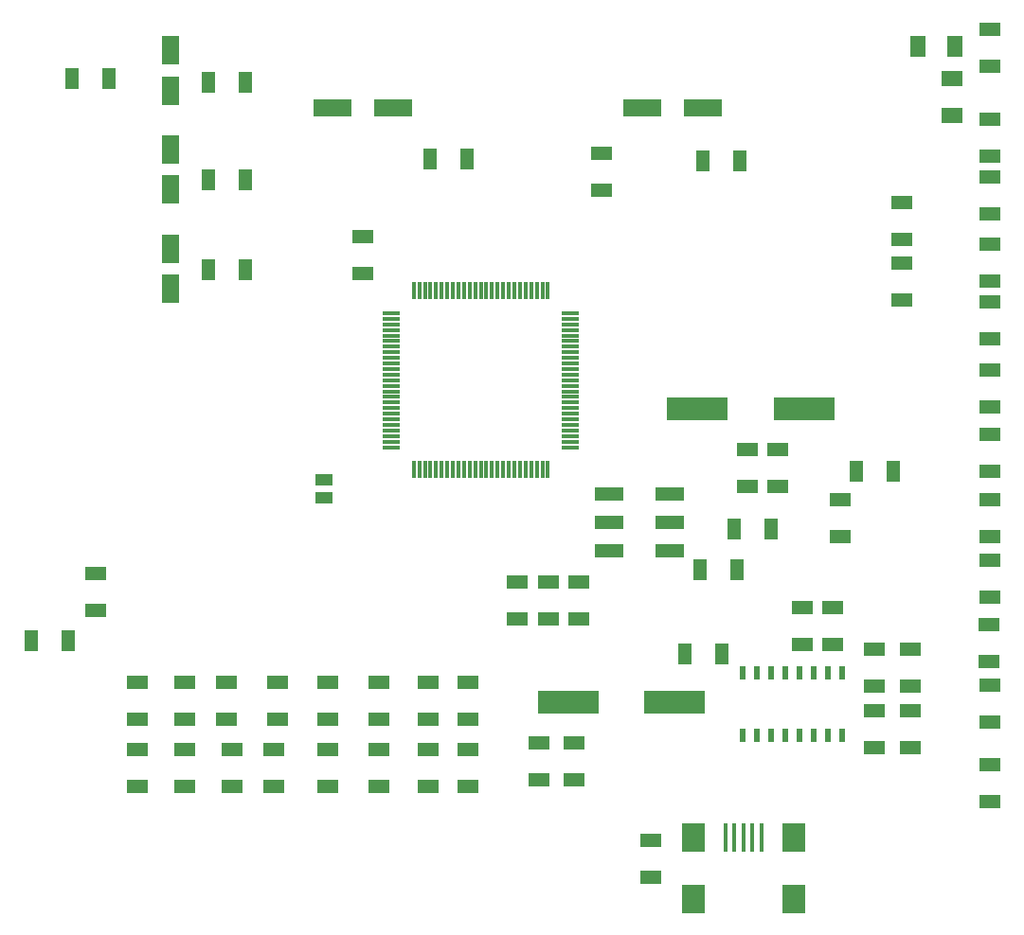
<source format=gbr>
G04 EAGLE Gerber RS-274X export*
G75*
%MOMM*%
%FSLAX34Y34*%
%LPD*%
%INSolderpaste Top*%
%IPPOS*%
%AMOC8*
5,1,8,0,0,1.08239X$1,22.5*%
G01*
%ADD10R,1.905000X1.270000*%
%ADD11R,1.270000X1.905000*%
%ADD12R,5.500000X2.000000*%
%ADD13R,0.350000X1.500000*%
%ADD14R,1.500000X0.350000*%
%ADD15R,2.540000X1.270000*%
%ADD16R,0.350000X2.500000*%
%ADD17R,2.000000X2.500000*%
%ADD18R,0.600000X1.200000*%
%ADD19R,3.500000X1.600000*%
%ADD20R,1.600000X2.600000*%
%ADD21R,1.400000X1.900000*%
%ADD22R,1.900000X1.400000*%
%ADD23R,1.600200X1.117600*%


D10*
X786127Y400166D03*
X786127Y433186D03*
X813182Y400159D03*
X813182Y433179D03*
D11*
X730352Y250841D03*
X763372Y250841D03*
X806832Y362059D03*
X773812Y362059D03*
D10*
X607874Y281779D03*
X607874Y314799D03*
X580182Y281779D03*
X580182Y314799D03*
X635565Y281779D03*
X635565Y314799D03*
D12*
X836552Y470009D03*
X741552Y470009D03*
X720577Y206985D03*
X625577Y206985D03*
D13*
X487752Y415409D03*
X492752Y415409D03*
X497752Y415409D03*
X502752Y415409D03*
X507752Y415409D03*
X512752Y415409D03*
X517752Y415409D03*
X522752Y415409D03*
X527752Y415409D03*
X532752Y415409D03*
X537752Y415409D03*
X542752Y415409D03*
X547752Y415409D03*
X552752Y415409D03*
X557752Y415409D03*
X562752Y415409D03*
X567752Y415409D03*
X572752Y415409D03*
X577752Y415409D03*
X582752Y415409D03*
X587752Y415409D03*
X592752Y415409D03*
X597752Y415409D03*
X602752Y415409D03*
X607752Y415409D03*
D14*
X627752Y435409D03*
X627752Y440409D03*
X627752Y445409D03*
X627752Y450409D03*
X627752Y455409D03*
X627752Y460409D03*
X627752Y465409D03*
X627752Y470409D03*
X627752Y475409D03*
X627752Y480409D03*
X627752Y485409D03*
X627752Y490409D03*
X627752Y495409D03*
X627752Y500409D03*
X627752Y505409D03*
X627752Y510409D03*
X627752Y515409D03*
X627752Y520409D03*
X627752Y525409D03*
X627752Y530409D03*
X627752Y535409D03*
X627752Y540409D03*
X627752Y545409D03*
X627752Y550409D03*
X627752Y555409D03*
D13*
X607752Y575409D03*
X602752Y575409D03*
X597752Y575409D03*
X592752Y575409D03*
X587752Y575409D03*
X582752Y575409D03*
X577752Y575409D03*
X572752Y575409D03*
X567752Y575409D03*
X562752Y575409D03*
X557752Y575409D03*
X552752Y575409D03*
X547752Y575409D03*
X542752Y575409D03*
X537752Y575409D03*
X532752Y575409D03*
X527752Y575409D03*
X522752Y575409D03*
X517752Y575409D03*
X512752Y575409D03*
X507752Y575409D03*
X502752Y575409D03*
X497752Y575409D03*
X492752Y575409D03*
X487752Y575409D03*
D14*
X467752Y555409D03*
X467752Y550409D03*
X467752Y545409D03*
X467752Y540409D03*
X467752Y535409D03*
X467752Y530409D03*
X467752Y525409D03*
X467752Y520409D03*
X467752Y515409D03*
X467752Y510409D03*
X467752Y505409D03*
X467752Y500409D03*
X467752Y495409D03*
X467752Y490409D03*
X467752Y485409D03*
X467752Y480409D03*
X467752Y475409D03*
X467752Y470409D03*
X467752Y465409D03*
X467752Y460409D03*
X467752Y455409D03*
X467752Y450409D03*
X467752Y445409D03*
X467752Y440409D03*
X467752Y435409D03*
D15*
X662052Y393809D03*
X662052Y368409D03*
X662052Y343009D03*
X716652Y393809D03*
X716652Y368409D03*
X716652Y343009D03*
D10*
X899625Y221347D03*
X899625Y254367D03*
X899625Y166479D03*
X899625Y199499D03*
D11*
X916052Y414129D03*
X883032Y414129D03*
D10*
X410908Y165118D03*
X410908Y132098D03*
X500762Y165209D03*
X500762Y132189D03*
D11*
X743967Y325864D03*
X776987Y325864D03*
D10*
X500762Y191879D03*
X500762Y224899D03*
X536322Y191879D03*
X536322Y224899D03*
X456955Y191879D03*
X456955Y224899D03*
X862077Y291574D03*
X862077Y258554D03*
X456955Y132098D03*
X456955Y165118D03*
X536322Y132189D03*
X536322Y165209D03*
X835407Y291574D03*
X835407Y258554D03*
X931406Y254367D03*
X931406Y221347D03*
X931565Y199762D03*
X931565Y166742D03*
D11*
X304635Y594602D03*
X337655Y594602D03*
D10*
X410908Y191879D03*
X410908Y224899D03*
D16*
X782350Y86477D03*
X774350Y86477D03*
X798350Y86477D03*
X790350Y86477D03*
D17*
X827350Y31477D03*
X737350Y31477D03*
X737350Y86477D03*
X827350Y86477D03*
D16*
X766350Y86477D03*
D18*
X870332Y233849D03*
X857632Y233849D03*
X844932Y233849D03*
X832232Y233849D03*
X819532Y233849D03*
X806832Y233849D03*
X794132Y233849D03*
X781432Y233849D03*
X781432Y177849D03*
X794132Y177849D03*
X806832Y177849D03*
X819532Y177849D03*
X832232Y177849D03*
X844932Y177849D03*
X857632Y177849D03*
X870332Y177849D03*
D10*
X240635Y191879D03*
X240635Y224899D03*
X320224Y191879D03*
X320224Y224899D03*
X365908Y191879D03*
X365908Y224899D03*
X283260Y191879D03*
X283260Y224899D03*
X240635Y165107D03*
X240635Y132087D03*
X325502Y165209D03*
X325502Y132189D03*
X283260Y132334D03*
X283260Y165354D03*
X362332Y132189D03*
X362332Y165209D03*
D11*
X535052Y693529D03*
X502032Y693529D03*
X746637Y691213D03*
X779657Y691213D03*
D10*
X442342Y623649D03*
X442342Y590629D03*
X655702Y698609D03*
X655702Y665589D03*
D19*
X415342Y739249D03*
X469342Y739249D03*
X692202Y739249D03*
X746202Y739249D03*
D10*
X599541Y137938D03*
X599541Y170958D03*
X631385Y137938D03*
X631385Y170958D03*
X1002412Y222359D03*
X1002412Y189339D03*
X1002412Y118219D03*
X1002412Y151239D03*
X1002412Y334119D03*
X1002412Y301099D03*
X1002075Y243825D03*
X1002075Y276845D03*
X1002412Y447149D03*
X1002412Y414129D03*
X1002412Y355709D03*
X1002412Y388729D03*
X1002412Y565259D03*
X1002412Y532239D03*
X1002412Y471279D03*
X1002412Y504299D03*
X1002412Y677019D03*
X1002412Y643999D03*
X1002412Y584309D03*
X1002412Y617329D03*
X1002412Y809492D03*
X1002412Y776472D03*
X1002412Y696069D03*
X1002412Y729089D03*
D11*
X304635Y674612D03*
X337655Y674612D03*
X304635Y762242D03*
X337655Y762242D03*
D10*
X869155Y388269D03*
X869155Y355249D03*
X923672Y600184D03*
X923672Y567164D03*
X923672Y621139D03*
X923672Y654159D03*
D20*
X270399Y613127D03*
X270399Y577127D03*
X270399Y701848D03*
X270399Y665848D03*
X270399Y790569D03*
X270399Y754569D03*
D21*
X971803Y794211D03*
X938803Y794211D03*
D22*
X968471Y765311D03*
X968471Y732311D03*
D10*
X699394Y51107D03*
X699394Y84127D03*
X203384Y289661D03*
X203384Y322681D03*
D11*
X179169Y262406D03*
X146149Y262406D03*
X182422Y765375D03*
X215442Y765375D03*
D23*
X407466Y405965D03*
X407466Y390217D03*
M02*

</source>
